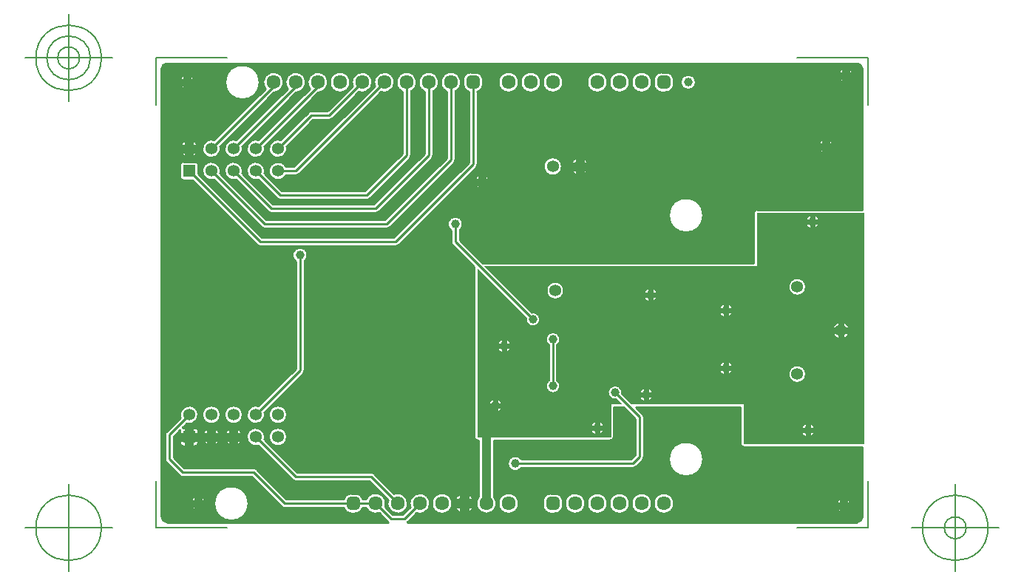
<source format=gbr>
G04 Generated by Ultiboard 14.0 *
%FSLAX34Y34*%
%MOMM*%

%ADD10C,0.0001*%
%ADD11C,0.0010*%
%ADD12C,0.2540*%
%ADD13C,1.0000*%
%ADD14C,0.1270*%
%ADD15C,1.6088*%
%ADD16R,0.5291X0.5291*%
%ADD17C,0.9949*%
%ADD18C,1.0000*%
%ADD19C,1.3556*%
%ADD20R,1.3556X1.3556*%


G04 ColorRGB 0000FF for the following layer *
%LNCopper Bottom*%
%LPD*%
G54D10*
G36*
X290523Y20295D02*
X290523Y20295D01*
X294101Y20295D01*
G75*
D01*
G03X308756Y14225I10699J5104*
G01*
X308756Y14225D01*
X318971Y4011D01*
G74*
D01*
G03X319162Y3828I3625J3592*
G01*
X319162Y3828D01*
X67103Y3828D01*
G74*
D01*
G03X66040Y3979I1063J3667*
G01*
G74*
D01*
G02X59859Y10160I0J6181*
G01*
G74*
D01*
G03X59708Y11223I3819J0*
G01*
X59708Y11223D01*
X59708Y522177D01*
G74*
D01*
G03X59859Y523240I3667J1063*
G01*
G74*
D01*
G02X66040Y529421I6181J0*
G01*
G74*
D01*
G03X67103Y529572I0J3819*
G01*
X67103Y529572D01*
X855980Y529572D01*
G74*
D01*
G03X856185Y529577I9J3828*
G01*
G74*
D01*
G02X862317Y523445I204J6336*
G01*
G74*
D01*
G03X862312Y523240I3823J196*
G01*
X862312Y523240D01*
X862312Y361973D01*
X741680Y361973D01*
G75*
D01*
G03X737847Y358140I0J-3833*
G01*
X737847Y358140D01*
X737847Y301013D01*
X427565Y301013D01*
X401345Y327234D01*
X401345Y338260D01*
G75*
D01*
G03X391135Y338260I-5105J7179*
G01*
X391135Y338260D01*
X391135Y325129D01*
G75*
D01*
G03X392631Y321511I5105J-7*
G01*
X392631Y321511D01*
X417807Y296334D01*
X417807Y101600D01*
G75*
D01*
G03X421640Y97767I3833J0*
G01*
X421640Y97767D01*
X422947Y97767D01*
X422947Y33284D01*
G75*
D01*
G03X440653Y33284I8853J-7883*
G01*
X440653Y33284D01*
X440653Y97767D01*
X574040Y97767D01*
G75*
D01*
G03X577873Y101600I0J3833*
G01*
X577873Y101600D01*
X577873Y135867D01*
X588434Y135867D01*
X601955Y122346D01*
X601955Y80854D01*
X597326Y76225D01*
X472000Y76225D01*
G75*
D01*
G03X472000Y66015I-7179J-5105*
G01*
X472000Y66015D01*
X599433Y66015D01*
G75*
D01*
G03X600947Y66243I5J5105*
G01*
G74*
D01*
G03X603055Y67517I1508J4876*
G01*
X603055Y67517D01*
X610663Y75125D01*
G75*
D01*
G03X612165Y78740I-3601J3616*
G01*
X612165Y78740D01*
X612165Y124460D01*
G74*
D01*
G03X610663Y128075I5105J2*
G01*
X610663Y128075D01*
X602872Y135867D01*
X722607Y135867D01*
X722607Y93980D01*
G75*
D01*
G03X726440Y90147I3833J0*
G01*
X726440Y90147D01*
X862312Y90147D01*
X862312Y10160D01*
G75*
D01*
G03X862317Y9955I3828J-9*
G01*
G74*
D01*
G02X856185Y3823I6336J204*
G01*
G74*
D01*
G03X855980Y3828I196J3823*
G01*
X855980Y3828D01*
X341238Y3828D01*
G74*
D01*
G03X341435Y4017I3434J3777*
G01*
X341435Y4017D01*
X351644Y14225D01*
G75*
D01*
G03X344425Y21444I3956J11175*
G01*
X344425Y21444D01*
X335706Y12725D01*
X324694Y12725D01*
X315975Y21444D01*
G75*
D01*
G03X294101Y30505I-11171J3966*
G01*
X294101Y30505D01*
X290523Y30505D01*
G74*
D01*
G03X282045Y36873I8478J2459*
G01*
X282045Y36873D01*
X276755Y36873D01*
G75*
D01*
G03X268277Y30505I0J-8828*
G01*
X268277Y30505D01*
X202774Y30505D01*
X168715Y64563D01*
G74*
D01*
G03X165947Y65994I3616J3601*
G01*
G75*
D01*
G03X165095Y66065I-848J-5033*
G01*
X165095Y66065D01*
X85934Y66065D01*
X73685Y78314D01*
X73685Y102026D01*
X80942Y109283D01*
G74*
D01*
G03X80834Y108378I3720J903*
G01*
X80834Y108378D01*
X80834Y105361D01*
X87679Y105361D01*
X87679Y112206D01*
X84662Y112206D01*
G75*
D01*
G03X83757Y112098I-2J-3828*
G01*
X83757Y112098D01*
X88490Y116831D01*
G75*
D01*
G03X81271Y124050I2950J10169*
G01*
X81271Y124050D01*
X64971Y107749D01*
G75*
D01*
G03X63475Y104130I3607J-3610*
G01*
X63475Y104130D01*
X63475Y76211D01*
G75*
D01*
G03X64971Y72591I5105J-9*
G01*
X64971Y72591D01*
X80211Y57351D01*
G74*
D01*
G03X82169Y56130I3609J3607*
G01*
G75*
D01*
G03X83820Y55855I1653J4829*
G01*
X83820Y55855D01*
X162986Y55855D01*
X197051Y21791D01*
G74*
D01*
G03X199037Y20560I3610J3607*
G01*
G75*
D01*
G03X200660Y20295I1623J4839*
G01*
X200660Y20295D01*
X268277Y20295D01*
G75*
D01*
G03X276755Y13928I8477J2460*
G01*
X276755Y13928D01*
X282045Y13928D01*
G74*
D01*
G03X290523Y20295I1J8827*
G01*
D02*
G37*
%LPC*%
G36*
X170590Y441969D02*
G75*
D01*
G03X177809Y434750I-2950J-10169*
G01*
X177809Y434750D01*
X239213Y496154D01*
G75*
D01*
G03X229377Y500756I-452J11845*
G01*
X229377Y500756D01*
X170590Y441969D01*
D02*
G37*
G36*
X145190Y441969D02*
G75*
D01*
G03X152409Y434750I-2950J-10169*
G01*
X152409Y434750D01*
X213813Y496154D01*
G75*
D01*
G03X203977Y500756I-452J11845*
G01*
X203977Y500756D01*
X145190Y441969D01*
D02*
G37*
G36*
X119790Y441969D02*
G75*
D01*
G03X127009Y434750I-2950J-10169*
G01*
X127009Y434750D01*
X188413Y496154D01*
G75*
D01*
G03X178577Y500756I-452J11845*
G01*
X178577Y500756D01*
X119790Y441969D01*
D02*
G37*
G36*
X278385Y504044D02*
X278385Y504044D01*
X250513Y476172D01*
X249346Y475005D01*
X231143Y475005D01*
G75*
D01*
G03X227531Y473509I-1J-5105*
G01*
X227531Y473509D01*
X195990Y441969D01*
G75*
D01*
G03X203209Y434750I-2950J-10169*
G01*
X203209Y434750D01*
X233254Y464795D01*
X251460Y464795D01*
G74*
D01*
G03X255075Y466297I2J5105*
G01*
X255075Y466297D01*
X285604Y496825D01*
G75*
D01*
G03X278385Y504044I3956J11175*
G01*
D02*
G37*
G36*
X216975Y402797D02*
X216975Y402797D01*
X290351Y476172D01*
X292052Y477873D01*
X292052Y477873D01*
X311004Y496825D01*
G75*
D01*
G03X303785Y504044I3956J11175*
G01*
X303785Y504044D01*
X292052Y492311D01*
X275913Y476172D01*
X211246Y411505D01*
X202316Y411505D01*
G75*
D01*
G03X202316Y401295I-9275J-5105*
G01*
X202316Y401295D01*
X213360Y401295D01*
G74*
D01*
G03X216975Y402797I2J5105*
G01*
D02*
G37*
G36*
X532052Y519777D02*
G75*
D01*
G03X532052Y519777I1348J-11777*
G01*
D02*
G37*
G36*
X335255Y497301D02*
X335255Y497301D01*
X335255Y426294D01*
X292526Y383565D01*
X197694Y383565D01*
X177809Y403450D01*
G75*
D01*
G03X170590Y396231I-10169J2950*
G01*
X170590Y396231D01*
X191971Y374851D01*
G74*
D01*
G03X194594Y373452I3609J3608*
G01*
G75*
D01*
G03X195580Y373355I990J5007*
G01*
X195580Y373355D01*
X294632Y373355D01*
G75*
D01*
G03X296370Y373658I5J5105*
G01*
G74*
D01*
G03X298255Y374857I1730J4802*
G01*
X298255Y374857D01*
X343963Y420565D01*
G75*
D01*
G03X345465Y424180I-3601J3616*
G01*
X345465Y424180D01*
X345465Y497301D01*
G75*
D01*
G03X335255Y497301I-5105J10698*
G01*
D02*
G37*
G36*
X360655Y497301D02*
X360655Y497301D01*
X360655Y426294D01*
X302686Y368325D01*
X187534Y368325D01*
X152409Y403450D01*
G75*
D01*
G03X145190Y396231I-10169J2950*
G01*
X145190Y396231D01*
X181811Y359611D01*
G75*
D01*
G03X185428Y358115I3610J3607*
G01*
X185428Y358115D01*
X304800Y358115D01*
G74*
D01*
G03X308415Y359617I2J5105*
G01*
X308415Y359617D01*
X369363Y420565D01*
G75*
D01*
G03X370865Y424180I-3601J3616*
G01*
X370865Y424180D01*
X370865Y497301D01*
G75*
D01*
G03X360655Y497301I-5105J10698*
G01*
D02*
G37*
G36*
X386055Y497301D02*
X386055Y497301D01*
X386055Y421214D01*
X315386Y350545D01*
X179914Y350545D01*
X127009Y403450D01*
G75*
D01*
G03X119790Y396231I-10169J2950*
G01*
X119790Y396231D01*
X174191Y341831D01*
G75*
D01*
G03X177802Y340335I3610J3607*
G01*
X177802Y340335D01*
X317500Y340335D01*
G74*
D01*
G03X321115Y341837I2J5105*
G01*
X321115Y341837D01*
X394763Y415485D01*
G75*
D01*
G03X396265Y419100I-3601J3616*
G01*
X396265Y419100D01*
X396265Y497301D01*
G75*
D01*
G03X386055Y497301I-5105J10698*
G01*
D02*
G37*
G36*
X102046Y413178D02*
G74*
D01*
G03X98218Y417006I3828J0*
G01*
X98218Y417006D01*
X84662Y417006D01*
G75*
D01*
G03X80834Y413178I0J-3828*
G01*
X80834Y413178D01*
X80834Y399622D01*
G75*
D01*
G03X84662Y395794I3828J0*
G01*
X84662Y395794D01*
X94827Y395794D01*
X169111Y321511D01*
G75*
D01*
G03X172722Y320015I3610J3607*
G01*
X172722Y320015D01*
X327660Y320015D01*
G74*
D01*
G03X331275Y321517I2J5105*
G01*
X331275Y321517D01*
X420163Y410405D01*
G75*
D01*
G03X421665Y414020I-3601J3616*
G01*
X421665Y414020D01*
X421665Y496877D01*
G75*
D01*
G03X428033Y505355I-2459J8478*
G01*
X428033Y505355D01*
X428033Y510645D01*
G74*
D01*
G03X419205Y519473I8828J0*
G01*
X419205Y519473D01*
X413915Y519473D01*
G75*
D01*
G03X405088Y510645I1J-8828*
G01*
X405088Y510645D01*
X405088Y505355D01*
G75*
D01*
G03X411455Y496877I8827J-1*
G01*
X411455Y496877D01*
X411455Y416134D01*
X325546Y330225D01*
X174834Y330225D01*
X102046Y403013D01*
X102046Y413178D01*
D02*
G37*
G36*
X532052Y13623D02*
G75*
D01*
G03X532052Y13623I1348J11777*
G01*
D02*
G37*
G36*
X528740Y407725D02*
G74*
D01*
G03X534885Y401580I9900J3755*
G01*
X534885Y401580D01*
X534885Y407725D01*
X528740Y407725D01*
D02*
G37*
G36*
X528740Y415235D02*
X528740Y415235D01*
X534885Y415235D01*
X534885Y421380D01*
G74*
D01*
G03X528740Y415235I3755J9900*
G01*
D02*
G37*
G36*
X213335Y302700D02*
X213335Y302700D01*
X213335Y179914D01*
X170590Y137169D01*
G75*
D01*
G03X177809Y129950I-2950J-10169*
G01*
X177809Y129950D01*
X222043Y174185D01*
G75*
D01*
G03X223545Y177800I-3601J3616*
G01*
X223545Y177800D01*
X223545Y302700D01*
G75*
D01*
G03X213335Y302700I-5105J7179*
G01*
D02*
G37*
G36*
X299720Y60985D02*
X299720Y60985D01*
X215474Y60985D01*
X177809Y98650D01*
G75*
D01*
G03X170590Y91431I-10169J2950*
G01*
X170590Y91431D01*
X209751Y52271D01*
G75*
D01*
G03X213368Y50775I3610J3607*
G01*
X213368Y50775D01*
X297606Y50775D01*
X319025Y29356D01*
G75*
D01*
G03X326244Y36575I11175J-3956*
G01*
X326244Y36575D01*
X303335Y59483D01*
G74*
D01*
G03X299720Y60985I3616J3601*
G01*
D02*
G37*
G36*
X835043Y518744D02*
X835043Y518744D01*
X840156Y518744D01*
X840156Y523857D01*
G74*
D01*
G03X835043Y518744I3124J8237*
G01*
D02*
G37*
G36*
X840156Y507383D02*
X840156Y507383D01*
X840156Y512496D01*
X835043Y512496D01*
G74*
D01*
G03X840156Y507383I8237J3124*
G01*
D02*
G37*
G36*
X846404Y523857D02*
X846404Y523857D01*
X846404Y518744D01*
X851517Y518744D01*
G74*
D01*
G03X846404Y523857I8237J3124*
G01*
D02*
G37*
G36*
X851517Y512496D02*
X851517Y512496D01*
X846404Y512496D01*
X846404Y507383D01*
G74*
D01*
G03X851517Y512496I3124J8237*
G01*
D02*
G37*
G36*
X840280Y515620D02*
G75*
D01*
G03X840280Y515620I3000J0*
G01*
D02*
G37*
G36*
X837740Y22860D02*
G75*
D01*
G03X837740Y22860I3000J0*
G01*
D02*
G37*
G36*
X837616Y14623D02*
X837616Y14623D01*
X837616Y19736D01*
X832503Y19736D01*
G74*
D01*
G03X837616Y14623I8237J3124*
G01*
D02*
G37*
G36*
X848977Y19736D02*
X848977Y19736D01*
X843864Y19736D01*
X843864Y14623D01*
G74*
D01*
G03X848977Y19736I3124J8237*
G01*
D02*
G37*
G36*
X832503Y25984D02*
X832503Y25984D01*
X837616Y25984D01*
X837616Y31097D01*
G74*
D01*
G03X832503Y25984I3124J8237*
G01*
D02*
G37*
G36*
X843864Y31097D02*
X843864Y31097D01*
X843864Y25984D01*
X848977Y25984D01*
G74*
D01*
G03X843864Y31097I8237J3124*
G01*
D02*
G37*
G36*
X828657Y431216D02*
X828657Y431216D01*
X823544Y431216D01*
X823544Y426103D01*
G74*
D01*
G03X828657Y431216I3124J8237*
G01*
D02*
G37*
G36*
X812183Y437464D02*
X812183Y437464D01*
X817296Y437464D01*
X817296Y442577D01*
G74*
D01*
G03X812183Y437464I3124J8237*
G01*
D02*
G37*
G36*
X817420Y434340D02*
G75*
D01*
G03X817420Y434340I3000J0*
G01*
D02*
G37*
G36*
X817296Y426103D02*
X817296Y426103D01*
X817296Y431216D01*
X812183Y431216D01*
G74*
D01*
G03X817296Y426103I8237J3124*
G01*
D02*
G37*
G36*
X823544Y442577D02*
X823544Y442577D01*
X823544Y437464D01*
X828657Y437464D01*
G74*
D01*
G03X823544Y442577I8237J3124*
G01*
D02*
G37*
G36*
X97137Y504876D02*
X97137Y504876D01*
X92024Y504876D01*
X92024Y499763D01*
G74*
D01*
G03X97137Y504876I3124J8237*
G01*
D02*
G37*
G36*
X85776Y499763D02*
X85776Y499763D01*
X85776Y504876D01*
X80663Y504876D01*
G74*
D01*
G03X85776Y499763I8237J3124*
G01*
D02*
G37*
G36*
X132590Y508000D02*
G75*
D01*
G03X132590Y508000I19810J0*
G01*
D02*
G37*
G36*
X252306Y508000D02*
G75*
D01*
G03X252306Y508000I11854J0*
G01*
D02*
G37*
G36*
X80663Y511124D02*
X80663Y511124D01*
X85776Y511124D01*
X85776Y516237D01*
G74*
D01*
G03X80663Y511124I3124J8237*
G01*
D02*
G37*
G36*
X92024Y516237D02*
X92024Y516237D01*
X92024Y511124D01*
X97137Y511124D01*
G74*
D01*
G03X92024Y516237I8237J3124*
G01*
D02*
G37*
G36*
X85900Y508000D02*
G75*
D01*
G03X85900Y508000I3000J0*
G01*
D02*
G37*
G36*
X546946Y508000D02*
G75*
D01*
G03X546946Y508000I11854J0*
G01*
D02*
G37*
G36*
X572346Y508000D02*
G75*
D01*
G03X572346Y508000I11854J0*
G01*
D02*
G37*
G36*
X597746Y508000D02*
G75*
D01*
G03X597746Y508000I11854J0*
G01*
D02*
G37*
G36*
X646473Y505355D02*
X646473Y505355D01*
X646473Y510645D01*
G74*
D01*
G03X637645Y519473I8828J0*
G01*
X637645Y519473D01*
X632355Y519473D01*
G75*
D01*
G03X623528Y510645I1J-8828*
G01*
X623528Y510645D01*
X623528Y505355D01*
G75*
D01*
G03X632355Y496528I8827J0*
G01*
X632355Y496528D01*
X637645Y496528D01*
G75*
D01*
G03X646473Y505355I1J8827*
G01*
D02*
G37*
G36*
X654130Y508000D02*
G75*
D01*
G03X654130Y508000I8810J0*
G01*
D02*
G37*
G36*
X445346Y508000D02*
G75*
D01*
G03X445346Y508000I11854J0*
G01*
D02*
G37*
G36*
X470746Y508000D02*
G75*
D01*
G03X470746Y508000I11854J0*
G01*
D02*
G37*
G36*
X496146Y508000D02*
G75*
D01*
G03X496146Y508000I11854J0*
G01*
D02*
G37*
G36*
X546946Y25400D02*
G75*
D01*
G03X546946Y25400I11854J0*
G01*
D02*
G37*
G36*
X572346Y25400D02*
G75*
D01*
G03X572346Y25400I11854J0*
G01*
D02*
G37*
G36*
X597746Y25400D02*
G75*
D01*
G03X597746Y25400I11854J0*
G01*
D02*
G37*
G36*
X623146Y25400D02*
G75*
D01*
G03X623146Y25400I11854J0*
G01*
D02*
G37*
G36*
X640590Y76200D02*
G75*
D01*
G03X640590Y76200I19810J0*
G01*
D02*
G37*
G36*
X548540Y407725D02*
X548540Y407725D01*
X542395Y407725D01*
X542395Y401580D01*
G74*
D01*
G03X548540Y407725I3755J9900*
G01*
D02*
G37*
G36*
X640590Y355600D02*
G75*
D01*
G03X640590Y355600I19810J0*
G01*
D02*
G37*
G36*
X533640Y411480D02*
G75*
D01*
G03X533640Y411480I5000J0*
G01*
D02*
G37*
G36*
X542395Y421380D02*
X542395Y421380D01*
X542395Y415235D01*
X548540Y415235D01*
G74*
D01*
G03X542395Y421380I9900J3755*
G01*
D02*
G37*
G36*
X182452Y127000D02*
G75*
D01*
G03X182452Y127000I10588J0*
G01*
D02*
G37*
G36*
X98476Y17163D02*
X98476Y17163D01*
X98476Y22276D01*
X93363Y22276D01*
G74*
D01*
G03X98476Y17163I8237J3124*
G01*
D02*
G37*
G36*
X109837Y22276D02*
X109837Y22276D01*
X104724Y22276D01*
X104724Y17163D01*
G74*
D01*
G03X109837Y22276I3124J8237*
G01*
D02*
G37*
G36*
X119890Y25400D02*
G75*
D01*
G03X119890Y25400I19810J0*
G01*
D02*
G37*
G36*
X102046Y108378D02*
G74*
D01*
G03X98218Y112206I3828J0*
G01*
X98218Y112206D01*
X95201Y112206D01*
X95201Y105361D01*
X102046Y105361D01*
X102046Y108378D01*
D02*
G37*
G36*
X86440Y101600D02*
G75*
D01*
G03X86440Y101600I5000J0*
G01*
D02*
G37*
G36*
X98600Y25400D02*
G75*
D01*
G03X98600Y25400I3000J0*
G01*
D02*
G37*
G36*
X93363Y28524D02*
X93363Y28524D01*
X98476Y28524D01*
X98476Y33637D01*
G74*
D01*
G03X93363Y28524I3124J8237*
G01*
D02*
G37*
G36*
X104724Y33637D02*
X104724Y33637D01*
X104724Y28524D01*
X109837Y28524D01*
G74*
D01*
G03X104724Y33637I8237J3124*
G01*
D02*
G37*
G36*
X98218Y90994D02*
G75*
D01*
G03X102046Y94822I0J3828*
G01*
X102046Y94822D01*
X102046Y97839D01*
X95201Y97839D01*
X95201Y90994D01*
X98218Y90994D01*
D02*
G37*
G36*
X80834Y94822D02*
G75*
D01*
G03X84662Y90994I3828J0*
G01*
X84662Y90994D01*
X87679Y90994D01*
X87679Y97839D01*
X80834Y97839D01*
X80834Y94822D01*
D02*
G37*
G36*
X111840Y101600D02*
G75*
D01*
G03X111840Y101600I5000J0*
G01*
D02*
G37*
G36*
X113085Y91700D02*
X113085Y91700D01*
X113085Y97845D01*
X106940Y97845D01*
G74*
D01*
G03X113085Y91700I9900J3755*
G01*
D02*
G37*
G36*
X137240Y101600D02*
G75*
D01*
G03X137240Y101600I5000J0*
G01*
D02*
G37*
G36*
X126740Y97845D02*
X126740Y97845D01*
X120595Y97845D01*
X120595Y91700D01*
G74*
D01*
G03X126740Y97845I3755J9900*
G01*
D02*
G37*
G36*
X138485Y91700D02*
X138485Y91700D01*
X138485Y97845D01*
X132340Y97845D01*
G74*
D01*
G03X138485Y91700I9900J3755*
G01*
D02*
G37*
G36*
X152140Y97845D02*
X152140Y97845D01*
X145995Y97845D01*
X145995Y91700D01*
G74*
D01*
G03X152140Y97845I3755J9900*
G01*
D02*
G37*
G36*
X182452Y101600D02*
G75*
D01*
G03X182452Y101600I10588J0*
G01*
D02*
G37*
G36*
X106252Y127000D02*
G75*
D01*
G03X106252Y127000I10588J0*
G01*
D02*
G37*
G36*
X106940Y105355D02*
X106940Y105355D01*
X113085Y105355D01*
X113085Y111500D01*
G74*
D01*
G03X106940Y105355I3755J9900*
G01*
D02*
G37*
G36*
X131652Y127000D02*
G75*
D01*
G03X131652Y127000I10588J0*
G01*
D02*
G37*
G36*
X120595Y111500D02*
X120595Y111500D01*
X120595Y105355D01*
X126740Y105355D01*
G74*
D01*
G03X120595Y111500I9900J3755*
G01*
D02*
G37*
G36*
X132340Y105355D02*
X132340Y105355D01*
X138485Y105355D01*
X138485Y111500D01*
G74*
D01*
G03X132340Y105355I3755J9900*
G01*
D02*
G37*
G36*
X145995Y111500D02*
X145995Y111500D01*
X145995Y105355D01*
X152140Y105355D01*
G74*
D01*
G03X145995Y111500I9900J3755*
G01*
D02*
G37*
G36*
X81540Y435555D02*
X81540Y435555D01*
X87685Y435555D01*
X87685Y441700D01*
G74*
D01*
G03X81540Y435555I3755J9900*
G01*
D02*
G37*
G36*
X95195Y441700D02*
X95195Y441700D01*
X95195Y435555D01*
X101340Y435555D01*
G74*
D01*
G03X95195Y441700I9900J3755*
G01*
D02*
G37*
G36*
X101340Y428045D02*
X101340Y428045D01*
X95195Y428045D01*
X95195Y421900D01*
G74*
D01*
G03X101340Y428045I3755J9900*
G01*
D02*
G37*
G36*
X87685Y421900D02*
X87685Y421900D01*
X87685Y428045D01*
X81540Y428045D01*
G74*
D01*
G03X87685Y421900I9900J3755*
G01*
D02*
G37*
G36*
X86440Y431800D02*
G75*
D01*
G03X86440Y431800I5000J0*
G01*
D02*
G37*
G36*
X369146Y25400D02*
G75*
D01*
G03X369146Y25400I11854J0*
G01*
D02*
G37*
G36*
X402196Y14316D02*
X402196Y14316D01*
X402196Y21196D01*
X395316Y21196D01*
G74*
D01*
G03X402196Y14316I11084J4204*
G01*
D02*
G37*
G36*
X417484Y21196D02*
X417484Y21196D01*
X410604Y21196D01*
X410604Y14316D01*
G74*
D01*
G03X417484Y21196I4204J11084*
G01*
D02*
G37*
G36*
X445346Y25400D02*
G75*
D01*
G03X445346Y25400I11854J0*
G01*
D02*
G37*
G36*
X496528Y28045D02*
X496528Y28045D01*
X496528Y22755D01*
G75*
D01*
G03X505355Y13928I8827J0*
G01*
X505355Y13928D01*
X510645Y13928D01*
G75*
D01*
G03X519473Y22755I1J8827*
G01*
X519473Y22755D01*
X519473Y28045D01*
G74*
D01*
G03X510645Y36873I8828J0*
G01*
X510645Y36873D01*
X505355Y36873D01*
G75*
D01*
G03X496528Y28045I1J-8828*
G01*
D02*
G37*
G36*
X395316Y29604D02*
X395316Y29604D01*
X402196Y29604D01*
X402196Y36484D01*
G74*
D01*
G03X395316Y29604I4204J11084*
G01*
D02*
G37*
G36*
X410604Y36484D02*
X410604Y36484D01*
X410604Y29604D01*
X417484Y29604D01*
G74*
D01*
G03X410604Y36484I11084J4204*
G01*
D02*
G37*
G36*
X401955Y25400D02*
G75*
D01*
G03X401955Y25400I4445J0*
G01*
D02*
G37*
G36*
X418483Y396824D02*
X418483Y396824D01*
X423596Y396824D01*
X423596Y401937D01*
G74*
D01*
G03X418483Y396824I3124J8237*
G01*
D02*
G37*
G36*
X423596Y385463D02*
X423596Y385463D01*
X423596Y390576D01*
X418483Y390576D01*
G74*
D01*
G03X423596Y385463I8237J3124*
G01*
D02*
G37*
G36*
X429844Y401937D02*
X429844Y401937D01*
X429844Y396824D01*
X434957Y396824D01*
G74*
D01*
G03X429844Y401937I8237J3124*
G01*
D02*
G37*
G36*
X434957Y390576D02*
X434957Y390576D01*
X429844Y390576D01*
X429844Y385463D01*
G74*
D01*
G03X434957Y390576I3124J8237*
G01*
D02*
G37*
G36*
X423720Y393700D02*
G75*
D01*
G03X423720Y393700I3000J0*
G01*
D02*
G37*
G36*
X497252Y411480D02*
G75*
D01*
G03X497252Y411480I10588J0*
G01*
D02*
G37*
%LPD*%
G36*
X477834Y238105D02*
X477834Y238105D01*
X421640Y294299D01*
X421640Y101600D01*
X574040Y101600D01*
X574040Y139700D01*
X586399Y139700D01*
X581005Y145094D01*
G75*
D01*
G02X586426Y150515I-1885J7306*
G01*
X586426Y150515D01*
X597241Y139700D01*
X726440Y139700D01*
X726440Y93980D01*
X863583Y93980D01*
X863583Y358140D01*
X741680Y358140D01*
X741680Y297180D01*
X429601Y297180D01*
X483255Y243526D01*
G75*
D01*
G02X477834Y238105I1885J-7306*
G01*
D02*
G37*
%LPC*%
G36*
X535880Y278563D02*
G75*
D01*
G02X535880Y278563I60J-9323*
G01*
D02*
G37*
G36*
X708796Y239325D02*
X708796Y239325D01*
X708796Y243704D01*
X713175Y243704D01*
G74*
D01*
G02X708796Y239325I7055J2676*
G01*
D02*
G37*
G36*
X699065Y243704D02*
X699065Y243704D01*
X703444Y243704D01*
X703444Y239325D01*
G74*
D01*
G02X699065Y243704I2676J7055*
G01*
D02*
G37*
G36*
X501217Y269240D02*
G75*
D01*
G02X501217Y269240I9323J0*
G01*
D02*
G37*
G36*
X802180Y347980D02*
G75*
D01*
G02X802180Y347980I3000J0*
G01*
D02*
G37*
G36*
X778477Y273520D02*
G75*
D01*
G02X778477Y273520I9323J0*
G01*
D02*
G37*
G36*
X798125Y350656D02*
G74*
D01*
G02X802504Y355035I7055J2676*
G01*
X802504Y355035D01*
X802504Y350656D01*
X798125Y350656D01*
D02*
G37*
G36*
X802504Y340925D02*
G74*
D01*
G02X798125Y345304I2676J7055*
G01*
X798125Y345304D01*
X802504Y345304D01*
X802504Y340925D01*
D02*
G37*
G36*
X807856Y355035D02*
G74*
D01*
G02X812235Y350656I2676J7055*
G01*
X812235Y350656D01*
X807856Y350656D01*
X807856Y355035D01*
D02*
G37*
G36*
X812235Y345304D02*
G74*
D01*
G02X807856Y340925I7055J2676*
G01*
X807856Y340925D01*
X807856Y345304D01*
X812235Y345304D01*
D02*
G37*
G36*
X841551Y226826D02*
G75*
D01*
G02X841551Y220214I-3750J-3306*
G01*
X841551Y220214D01*
X846517Y220214D01*
G74*
D01*
G02X841106Y214803I8716J3305*
G01*
X841106Y214803D01*
X841106Y219769D01*
G75*
D01*
G02X834494Y219769I-3306J3750*
G01*
X834494Y219769D01*
X834494Y214803D01*
G74*
D01*
G02X829083Y220214I3305J8716*
G01*
X829083Y220214D01*
X834049Y220214D01*
G75*
D01*
G02X834049Y226826I3750J3306*
G01*
X834049Y226826D01*
X829083Y226826D01*
G74*
D01*
G02X834494Y232237I8716J3305*
G01*
X834494Y232237D01*
X834494Y227271D01*
G75*
D01*
G02X841106Y227271I3306J-3750*
G01*
X841106Y227271D01*
X841106Y232237D01*
G74*
D01*
G02X846517Y226826I3305J8716*
G01*
X846517Y226826D01*
X841551Y226826D01*
D02*
G37*
G36*
X797100Y109220D02*
G75*
D01*
G02X797100Y109220I3000J0*
G01*
D02*
G37*
G36*
X793045Y111896D02*
G74*
D01*
G02X797424Y116275I7055J2676*
G01*
X797424Y116275D01*
X797424Y111896D01*
X793045Y111896D01*
D02*
G37*
G36*
X797424Y102165D02*
G74*
D01*
G02X793045Y106544I2676J7055*
G01*
X793045Y106544D01*
X797424Y106544D01*
X797424Y102165D01*
D02*
G37*
G36*
X802776Y116275D02*
G74*
D01*
G02X807155Y111896I2676J7055*
G01*
X807155Y111896D01*
X802776Y111896D01*
X802776Y116275D01*
D02*
G37*
G36*
X807155Y106544D02*
G74*
D01*
G02X802776Y102165I7055J2676*
G01*
X802776Y102165D01*
X802776Y106544D01*
X807155Y106544D01*
D02*
G37*
G36*
X778477Y173520D02*
G75*
D01*
G02X778477Y173520I9323J0*
G01*
D02*
G37*
G36*
X434905Y139836D02*
G74*
D01*
G02X439284Y144215I7055J2676*
G01*
X439284Y144215D01*
X439284Y139836D01*
X434905Y139836D01*
D02*
G37*
G36*
X438960Y137160D02*
G75*
D01*
G02X438960Y137160I3000J0*
G01*
D02*
G37*
G36*
X439284Y130105D02*
G74*
D01*
G02X434905Y134484I2676J7055*
G01*
X434905Y134484D01*
X439284Y134484D01*
X439284Y130105D01*
D02*
G37*
G36*
X444636Y144215D02*
G74*
D01*
G02X449015Y139836I2676J7055*
G01*
X449015Y139836D01*
X444636Y139836D01*
X444636Y144215D01*
D02*
G37*
G36*
X449015Y134484D02*
G74*
D01*
G02X444636Y130105I7055J2676*
G01*
X444636Y130105D01*
X444636Y134484D01*
X449015Y134484D01*
D02*
G37*
G36*
X511833Y206861D02*
X511833Y206861D01*
X511833Y166439D01*
G75*
D01*
G02X504167Y166439I-3833J-6499*
G01*
X504167Y166439D01*
X504167Y206861D01*
G75*
D01*
G02X511833Y206861I3833J6499*
G01*
D02*
G37*
G36*
X459175Y203064D02*
G74*
D01*
G02X454796Y198685I7055J2676*
G01*
X454796Y198685D01*
X454796Y203064D01*
X459175Y203064D01*
D02*
G37*
G36*
X449444Y198685D02*
G74*
D01*
G02X445065Y203064I2676J7055*
G01*
X445065Y203064D01*
X449444Y203064D01*
X449444Y198685D01*
D02*
G37*
G36*
X445065Y208416D02*
G74*
D01*
G02X449444Y212795I7055J2676*
G01*
X449444Y212795D01*
X449444Y208416D01*
X445065Y208416D01*
D02*
G37*
G36*
X454796Y212795D02*
G74*
D01*
G02X459175Y208416I2676J7055*
G01*
X459175Y208416D01*
X454796Y208416D01*
X454796Y212795D01*
D02*
G37*
G36*
X449120Y205740D02*
G75*
D01*
G02X449120Y205740I3000J0*
G01*
D02*
G37*
G36*
X617084Y257105D02*
G74*
D01*
G02X612705Y261484I2676J7055*
G01*
X612705Y261484D01*
X617084Y261484D01*
X617084Y257105D01*
D02*
G37*
G36*
X626815Y261484D02*
G74*
D01*
G02X622436Y257105I7055J2676*
G01*
X622436Y257105D01*
X622436Y261484D01*
X626815Y261484D01*
D02*
G37*
G36*
X699065Y249056D02*
G74*
D01*
G02X703444Y253435I7055J2676*
G01*
X703444Y253435D01*
X703444Y249056D01*
X699065Y249056D01*
D02*
G37*
G36*
X708796Y253435D02*
G74*
D01*
G02X713175Y249056I2676J7055*
G01*
X713175Y249056D01*
X708796Y249056D01*
X708796Y253435D01*
D02*
G37*
G36*
X703120Y246380D02*
G75*
D01*
G02X703120Y246380I3000J0*
G01*
D02*
G37*
G36*
X616760Y264160D02*
G75*
D01*
G02X616760Y264160I3000J0*
G01*
D02*
G37*
G36*
X612705Y266836D02*
G74*
D01*
G02X617084Y271215I7055J2676*
G01*
X617084Y271215D01*
X617084Y266836D01*
X612705Y266836D01*
D02*
G37*
G36*
X622436Y271215D02*
G74*
D01*
G02X626815Y266836I2676J7055*
G01*
X626815Y266836D01*
X622436Y266836D01*
X622436Y271215D01*
D02*
G37*
G36*
X555800Y111760D02*
G75*
D01*
G02X555800Y111760I3000J0*
G01*
D02*
G37*
G36*
X551745Y114436D02*
G74*
D01*
G02X556124Y118815I7055J2676*
G01*
X556124Y118815D01*
X556124Y114436D01*
X551745Y114436D01*
D02*
G37*
G36*
X556124Y104705D02*
G74*
D01*
G02X551745Y109084I2676J7055*
G01*
X551745Y109084D01*
X556124Y109084D01*
X556124Y104705D01*
D02*
G37*
G36*
X561476Y118815D02*
G74*
D01*
G02X565855Y114436I2676J7055*
G01*
X565855Y114436D01*
X561476Y114436D01*
X561476Y118815D01*
D02*
G37*
G36*
X565855Y109084D02*
G74*
D01*
G02X561476Y104705I7055J2676*
G01*
X561476Y104705D01*
X561476Y109084D01*
X565855Y109084D01*
D02*
G37*
G36*
X617356Y156915D02*
G74*
D01*
G02X621735Y152536I2676J7055*
G01*
X621735Y152536D01*
X617356Y152536D01*
X617356Y156915D01*
D02*
G37*
G36*
X621735Y147184D02*
G74*
D01*
G02X617356Y142805I7055J2676*
G01*
X617356Y142805D01*
X617356Y147184D01*
X621735Y147184D01*
D02*
G37*
G36*
X607625Y152536D02*
G74*
D01*
G02X612004Y156915I7055J2676*
G01*
X612004Y156915D01*
X612004Y152536D01*
X607625Y152536D01*
D02*
G37*
G36*
X612004Y142805D02*
G74*
D01*
G02X607625Y147184I2676J7055*
G01*
X607625Y147184D01*
X612004Y147184D01*
X612004Y142805D01*
D02*
G37*
G36*
X611680Y149860D02*
G75*
D01*
G02X611680Y149860I3000J0*
G01*
D02*
G37*
G36*
X703444Y173285D02*
G74*
D01*
G02X699065Y177664I2676J7055*
G01*
X699065Y177664D01*
X703444Y177664D01*
X703444Y173285D01*
D02*
G37*
G36*
X703120Y180340D02*
G75*
D01*
G02X703120Y180340I3000J0*
G01*
D02*
G37*
G36*
X713175Y177664D02*
G74*
D01*
G02X708796Y173285I7055J2676*
G01*
X708796Y173285D01*
X708796Y177664D01*
X713175Y177664D01*
D02*
G37*
G36*
X699065Y183016D02*
G74*
D01*
G02X703444Y187395I7055J2676*
G01*
X703444Y187395D01*
X703444Y183016D01*
X699065Y183016D01*
D02*
G37*
G36*
X708796Y187395D02*
G74*
D01*
G02X713175Y183016I2676J7055*
G01*
X713175Y183016D01*
X708796Y183016D01*
X708796Y187395D01*
D02*
G37*
%LPD*%
G54D11*
X535880Y278563D02*
G75*
D01*
G02X535880Y278563I60J-9323*
G01*
X708796Y239325D02*
X708796Y243704D01*
X713175Y243704D01*
G74*
D01*
G02X708796Y239325I7055J2676*
G01*
X699065Y243704D02*
X703444Y243704D01*
X703444Y239325D01*
G74*
D01*
G02X699065Y243704I2676J7055*
G01*
X501217Y269240D02*
G75*
D01*
G02X501217Y269240I9323J0*
G01*
X802180Y347980D02*
G75*
D01*
G02X802180Y347980I3000J0*
G01*
X778477Y273520D02*
G75*
D01*
G02X778477Y273520I9323J0*
G01*
X798125Y350656D02*
G74*
D01*
G02X802504Y355035I7055J2676*
G01*
X802504Y350656D01*
X798125Y350656D01*
X802504Y340925D02*
G74*
D01*
G02X798125Y345304I2676J7055*
G01*
X802504Y345304D01*
X802504Y340925D01*
X807856Y355035D02*
G74*
D01*
G02X812235Y350656I2676J7055*
G01*
X807856Y350656D01*
X807856Y355035D01*
X812235Y345304D02*
G74*
D01*
G02X807856Y340925I7055J2676*
G01*
X807856Y345304D01*
X812235Y345304D01*
X841551Y226826D02*
G75*
D01*
G02X841551Y220214I-3750J-3306*
G01*
X846517Y220214D01*
G74*
D01*
G02X841106Y214803I8716J3305*
G01*
X841106Y219769D01*
G75*
D01*
G02X834494Y219769I-3306J3750*
G01*
X834494Y214803D01*
G74*
D01*
G02X829083Y220214I3305J8716*
G01*
X834049Y220214D01*
G75*
D01*
G02X834049Y226826I3750J3306*
G01*
X829083Y226826D01*
G74*
D01*
G02X834494Y232237I8716J3305*
G01*
X834494Y227271D01*
G75*
D01*
G02X841106Y227271I3306J-3750*
G01*
X841106Y232237D01*
G74*
D01*
G02X846517Y226826I3305J8716*
G01*
X841551Y226826D01*
X797100Y109220D02*
G75*
D01*
G02X797100Y109220I3000J0*
G01*
X793045Y111896D02*
G74*
D01*
G02X797424Y116275I7055J2676*
G01*
X797424Y111896D01*
X793045Y111896D01*
X797424Y102165D02*
G74*
D01*
G02X793045Y106544I2676J7055*
G01*
X797424Y106544D01*
X797424Y102165D01*
X802776Y116275D02*
G74*
D01*
G02X807155Y111896I2676J7055*
G01*
X802776Y111896D01*
X802776Y116275D01*
X807155Y106544D02*
G74*
D01*
G02X802776Y102165I7055J2676*
G01*
X802776Y106544D01*
X807155Y106544D01*
X778477Y173520D02*
G75*
D01*
G02X778477Y173520I9323J0*
G01*
X434905Y139836D02*
G74*
D01*
G02X439284Y144215I7055J2676*
G01*
X439284Y139836D01*
X434905Y139836D01*
X438960Y137160D02*
G75*
D01*
G02X438960Y137160I3000J0*
G01*
X439284Y130105D02*
G74*
D01*
G02X434905Y134484I2676J7055*
G01*
X439284Y134484D01*
X439284Y130105D01*
X444636Y144215D02*
G74*
D01*
G02X449015Y139836I2676J7055*
G01*
X444636Y139836D01*
X444636Y144215D01*
X449015Y134484D02*
G74*
D01*
G02X444636Y130105I7055J2676*
G01*
X444636Y134484D01*
X449015Y134484D01*
X511833Y206861D02*
X511833Y166439D01*
G75*
D01*
G02X504167Y166439I-3833J-6499*
G01*
X504167Y206861D01*
G75*
D01*
G02X511833Y206861I3833J6499*
G01*
X459175Y203064D02*
G74*
D01*
G02X454796Y198685I7055J2676*
G01*
X454796Y203064D01*
X459175Y203064D01*
X449444Y198685D02*
G74*
D01*
G02X445065Y203064I2676J7055*
G01*
X449444Y203064D01*
X449444Y198685D01*
X445065Y208416D02*
G74*
D01*
G02X449444Y212795I7055J2676*
G01*
X449444Y208416D01*
X445065Y208416D01*
X454796Y212795D02*
G74*
D01*
G02X459175Y208416I2676J7055*
G01*
X454796Y208416D01*
X454796Y212795D01*
X449120Y205740D02*
G75*
D01*
G02X449120Y205740I3000J0*
G01*
X617084Y257105D02*
G74*
D01*
G02X612705Y261484I2676J7055*
G01*
X617084Y261484D01*
X617084Y257105D01*
X626815Y261484D02*
G74*
D01*
G02X622436Y257105I7055J2676*
G01*
X622436Y261484D01*
X626815Y261484D01*
X699065Y249056D02*
G74*
D01*
G02X703444Y253435I7055J2676*
G01*
X703444Y249056D01*
X699065Y249056D01*
X708796Y253435D02*
G74*
D01*
G02X713175Y249056I2676J7055*
G01*
X708796Y249056D01*
X708796Y253435D01*
X703120Y246380D02*
G75*
D01*
G02X703120Y246380I3000J0*
G01*
X616760Y264160D02*
G75*
D01*
G02X616760Y264160I3000J0*
G01*
X612705Y266836D02*
G74*
D01*
G02X617084Y271215I7055J2676*
G01*
X617084Y266836D01*
X612705Y266836D01*
X622436Y271215D02*
G74*
D01*
G02X626815Y266836I2676J7055*
G01*
X622436Y266836D01*
X622436Y271215D01*
X555800Y111760D02*
G75*
D01*
G02X555800Y111760I3000J0*
G01*
X551745Y114436D02*
G74*
D01*
G02X556124Y118815I7055J2676*
G01*
X556124Y114436D01*
X551745Y114436D01*
X556124Y104705D02*
G74*
D01*
G02X551745Y109084I2676J7055*
G01*
X556124Y109084D01*
X556124Y104705D01*
X561476Y118815D02*
G74*
D01*
G02X565855Y114436I2676J7055*
G01*
X561476Y114436D01*
X561476Y118815D01*
X565855Y109084D02*
G74*
D01*
G02X561476Y104705I7055J2676*
G01*
X561476Y109084D01*
X565855Y109084D01*
X617356Y156915D02*
G74*
D01*
G02X621735Y152536I2676J7055*
G01*
X617356Y152536D01*
X617356Y156915D01*
X621735Y147184D02*
G74*
D01*
G02X617356Y142805I7055J2676*
G01*
X617356Y147184D01*
X621735Y147184D01*
X607625Y152536D02*
G74*
D01*
G02X612004Y156915I7055J2676*
G01*
X612004Y152536D01*
X607625Y152536D01*
X612004Y142805D02*
G74*
D01*
G02X607625Y147184I2676J7055*
G01*
X612004Y147184D01*
X612004Y142805D01*
X611680Y149860D02*
G75*
D01*
G02X611680Y149860I3000J0*
G01*
X703444Y173285D02*
G74*
D01*
G02X699065Y177664I2676J7055*
G01*
X703444Y177664D01*
X703444Y173285D01*
X703120Y180340D02*
G75*
D01*
G02X703120Y180340I3000J0*
G01*
X713175Y177664D02*
G74*
D01*
G02X708796Y173285I7055J2676*
G01*
X708796Y177664D01*
X713175Y177664D01*
X699065Y183016D02*
G74*
D01*
G02X703444Y187395I7055J2676*
G01*
X703444Y183016D01*
X699065Y183016D01*
X708796Y187395D02*
G74*
D01*
G02X713175Y183016I2676J7055*
G01*
X708796Y183016D01*
X708796Y187395D01*
X477834Y238105D02*
X421640Y294299D01*
X421640Y101600D01*
X574040Y101600D01*
X574040Y139700D01*
X586399Y139700D01*
X581005Y145094D01*
G75*
D01*
G02X586426Y150515I-1885J7306*
G01*
X597241Y139700D01*
X726440Y139700D01*
X726440Y93980D01*
X863583Y93980D01*
X863583Y358140D01*
X741680Y358140D01*
X741680Y297180D01*
X429601Y297180D01*
X483255Y243526D01*
G75*
D01*
G02X477834Y238105I1885J-7306*
G01*
G54D12*
X170590Y441969D02*
G75*
D01*
G03X177809Y434750I-2950J-10169*
G01*
X239213Y496154D01*
G75*
D01*
G03X229377Y500756I-452J11845*
G01*
X170590Y441969D01*
X145190Y441969D02*
G75*
D01*
G03X152409Y434750I-2950J-10169*
G01*
X213813Y496154D01*
G75*
D01*
G03X203977Y500756I-452J11845*
G01*
X145190Y441969D01*
X119790Y441969D02*
G75*
D01*
G03X127009Y434750I-2950J-10169*
G01*
X188413Y496154D01*
G75*
D01*
G03X178577Y500756I-452J11845*
G01*
X119790Y441969D01*
X278385Y504044D02*
X250513Y476172D01*
X249346Y475005D01*
X231143Y475005D01*
G75*
D01*
G03X227531Y473509I-1J-5105*
G01*
X195990Y441969D01*
G75*
D01*
G03X203209Y434750I-2950J-10169*
G01*
X233254Y464795D01*
X251460Y464795D01*
G74*
D01*
G03X255075Y466297I2J5105*
G01*
X285604Y496825D01*
G75*
D01*
G03X278385Y504044I3956J11175*
G01*
X216975Y402797D02*
X290351Y476172D01*
X292052Y477873D01*
X292052Y477873D01*
X311004Y496825D01*
G75*
D01*
G03X303785Y504044I3956J11175*
G01*
X292052Y492311D01*
X275913Y476172D01*
X211246Y411505D01*
X202316Y411505D01*
G75*
D01*
G03X202316Y401295I-9275J-5105*
G01*
X213360Y401295D01*
G74*
D01*
G03X216975Y402797I2J5105*
G01*
X532052Y519777D02*
G75*
D01*
G03X532052Y519777I1348J-11777*
G01*
X335255Y497301D02*
X335255Y426294D01*
X292526Y383565D01*
X197694Y383565D01*
X177809Y403450D01*
G75*
D01*
G03X170590Y396231I-10169J2950*
G01*
X191971Y374851D01*
G74*
D01*
G03X194594Y373452I3609J3608*
G01*
G75*
D01*
G03X195580Y373355I990J5007*
G01*
X294632Y373355D01*
G75*
D01*
G03X296370Y373658I5J5105*
G01*
G74*
D01*
G03X298255Y374857I1730J4802*
G01*
X343963Y420565D01*
G75*
D01*
G03X345465Y424180I-3601J3616*
G01*
X345465Y497301D01*
G75*
D01*
G03X335255Y497301I-5105J10698*
G01*
X360655Y497301D02*
X360655Y426294D01*
X302686Y368325D01*
X187534Y368325D01*
X152409Y403450D01*
G75*
D01*
G03X145190Y396231I-10169J2950*
G01*
X181811Y359611D01*
G75*
D01*
G03X185428Y358115I3610J3607*
G01*
X304800Y358115D01*
G74*
D01*
G03X308415Y359617I2J5105*
G01*
X369363Y420565D01*
G75*
D01*
G03X370865Y424180I-3601J3616*
G01*
X370865Y497301D01*
G75*
D01*
G03X360655Y497301I-5105J10698*
G01*
X386055Y497301D02*
X386055Y421214D01*
X315386Y350545D01*
X179914Y350545D01*
X127009Y403450D01*
G75*
D01*
G03X119790Y396231I-10169J2950*
G01*
X174191Y341831D01*
G75*
D01*
G03X177802Y340335I3610J3607*
G01*
X317500Y340335D01*
G74*
D01*
G03X321115Y341837I2J5105*
G01*
X394763Y415485D01*
G75*
D01*
G03X396265Y419100I-3601J3616*
G01*
X396265Y497301D01*
G75*
D01*
G03X386055Y497301I-5105J10698*
G01*
X102046Y413178D02*
G74*
D01*
G03X98218Y417006I3828J0*
G01*
X84662Y417006D01*
G75*
D01*
G03X80834Y413178I0J-3828*
G01*
X80834Y399622D01*
G75*
D01*
G03X84662Y395794I3828J0*
G01*
X94827Y395794D01*
X169111Y321511D01*
G75*
D01*
G03X172722Y320015I3610J3607*
G01*
X327660Y320015D01*
G74*
D01*
G03X331275Y321517I2J5105*
G01*
X420163Y410405D01*
G75*
D01*
G03X421665Y414020I-3601J3616*
G01*
X421665Y496877D01*
G75*
D01*
G03X428033Y505355I-2459J8478*
G01*
X428033Y510645D01*
G74*
D01*
G03X419205Y519473I8828J0*
G01*
X413915Y519473D01*
G75*
D01*
G03X405088Y510645I1J-8828*
G01*
X405088Y505355D01*
G75*
D01*
G03X411455Y496877I8827J-1*
G01*
X411455Y416134D01*
X325546Y330225D01*
X174834Y330225D01*
X102046Y403013D01*
X102046Y413178D01*
X532052Y13623D02*
G75*
D01*
G03X532052Y13623I1348J11777*
G01*
X528740Y407725D02*
G74*
D01*
G03X534885Y401580I9900J3755*
G01*
X534885Y407725D01*
X528740Y407725D01*
X528740Y415235D02*
X534885Y415235D01*
X534885Y421380D01*
G74*
D01*
G03X528740Y415235I3755J9900*
G01*
X213335Y302700D02*
X213335Y179914D01*
X170590Y137169D01*
G75*
D01*
G03X177809Y129950I-2950J-10169*
G01*
X222043Y174185D01*
G75*
D01*
G03X223545Y177800I-3601J3616*
G01*
X223545Y302700D01*
G75*
D01*
G03X213335Y302700I-5105J7179*
G01*
X299720Y60985D02*
X215474Y60985D01*
X177809Y98650D01*
G75*
D01*
G03X170590Y91431I-10169J2950*
G01*
X209751Y52271D01*
G75*
D01*
G03X213368Y50775I3610J3607*
G01*
X297606Y50775D01*
X319025Y29356D01*
G75*
D01*
G03X326244Y36575I11175J-3956*
G01*
X303335Y59483D01*
G74*
D01*
G03X299720Y60985I3616J3601*
G01*
X835043Y518744D02*
X840156Y518744D01*
X840156Y523857D01*
G74*
D01*
G03X835043Y518744I3124J8237*
G01*
X840156Y507383D02*
X840156Y512496D01*
X835043Y512496D01*
G74*
D01*
G03X840156Y507383I8237J3124*
G01*
X846404Y523857D02*
X846404Y518744D01*
X851517Y518744D01*
G74*
D01*
G03X846404Y523857I8237J3124*
G01*
X851517Y512496D02*
X846404Y512496D01*
X846404Y507383D01*
G74*
D01*
G03X851517Y512496I3124J8237*
G01*
X840280Y515620D02*
G75*
D01*
G03X840280Y515620I3000J0*
G01*
X837740Y22860D02*
G75*
D01*
G03X837740Y22860I3000J0*
G01*
X837616Y14623D02*
X837616Y19736D01*
X832503Y19736D01*
G74*
D01*
G03X837616Y14623I8237J3124*
G01*
X848977Y19736D02*
X843864Y19736D01*
X843864Y14623D01*
G74*
D01*
G03X848977Y19736I3124J8237*
G01*
X832503Y25984D02*
X837616Y25984D01*
X837616Y31097D01*
G74*
D01*
G03X832503Y25984I3124J8237*
G01*
X843864Y31097D02*
X843864Y25984D01*
X848977Y25984D01*
G74*
D01*
G03X843864Y31097I8237J3124*
G01*
X828657Y431216D02*
X823544Y431216D01*
X823544Y426103D01*
G74*
D01*
G03X828657Y431216I3124J8237*
G01*
X812183Y437464D02*
X817296Y437464D01*
X817296Y442577D01*
G74*
D01*
G03X812183Y437464I3124J8237*
G01*
X817420Y434340D02*
G75*
D01*
G03X817420Y434340I3000J0*
G01*
X817296Y426103D02*
X817296Y431216D01*
X812183Y431216D01*
G74*
D01*
G03X817296Y426103I8237J3124*
G01*
X823544Y442577D02*
X823544Y437464D01*
X828657Y437464D01*
G74*
D01*
G03X823544Y442577I8237J3124*
G01*
X97137Y504876D02*
X92024Y504876D01*
X92024Y499763D01*
G74*
D01*
G03X97137Y504876I3124J8237*
G01*
X85776Y499763D02*
X85776Y504876D01*
X80663Y504876D01*
G74*
D01*
G03X85776Y499763I8237J3124*
G01*
X132590Y508000D02*
G75*
D01*
G03X132590Y508000I19810J0*
G01*
X252306Y508000D02*
G75*
D01*
G03X252306Y508000I11854J0*
G01*
X80663Y511124D02*
X85776Y511124D01*
X85776Y516237D01*
G74*
D01*
G03X80663Y511124I3124J8237*
G01*
X92024Y516237D02*
X92024Y511124D01*
X97137Y511124D01*
G74*
D01*
G03X92024Y516237I8237J3124*
G01*
X85900Y508000D02*
G75*
D01*
G03X85900Y508000I3000J0*
G01*
X546946Y508000D02*
G75*
D01*
G03X546946Y508000I11854J0*
G01*
X572346Y508000D02*
G75*
D01*
G03X572346Y508000I11854J0*
G01*
X597746Y508000D02*
G75*
D01*
G03X597746Y508000I11854J0*
G01*
X646473Y505355D02*
X646473Y510645D01*
G74*
D01*
G03X637645Y519473I8828J0*
G01*
X632355Y519473D01*
G75*
D01*
G03X623528Y510645I1J-8828*
G01*
X623528Y505355D01*
G75*
D01*
G03X632355Y496528I8827J0*
G01*
X637645Y496528D01*
G75*
D01*
G03X646473Y505355I1J8827*
G01*
X654130Y508000D02*
G75*
D01*
G03X654130Y508000I8810J0*
G01*
X445346Y508000D02*
G75*
D01*
G03X445346Y508000I11854J0*
G01*
X470746Y508000D02*
G75*
D01*
G03X470746Y508000I11854J0*
G01*
X496146Y508000D02*
G75*
D01*
G03X496146Y508000I11854J0*
G01*
X546946Y25400D02*
G75*
D01*
G03X546946Y25400I11854J0*
G01*
X572346Y25400D02*
G75*
D01*
G03X572346Y25400I11854J0*
G01*
X597746Y25400D02*
G75*
D01*
G03X597746Y25400I11854J0*
G01*
X623146Y25400D02*
G75*
D01*
G03X623146Y25400I11854J0*
G01*
X640590Y76200D02*
G75*
D01*
G03X640590Y76200I19810J0*
G01*
X548540Y407725D02*
X542395Y407725D01*
X542395Y401580D01*
G74*
D01*
G03X548540Y407725I3755J9900*
G01*
X640590Y355600D02*
G75*
D01*
G03X640590Y355600I19810J0*
G01*
X533640Y411480D02*
G75*
D01*
G03X533640Y411480I5000J0*
G01*
X542395Y421380D02*
X542395Y415235D01*
X548540Y415235D01*
G74*
D01*
G03X542395Y421380I9900J3755*
G01*
X182452Y127000D02*
G75*
D01*
G03X182452Y127000I10588J0*
G01*
X98476Y17163D02*
X98476Y22276D01*
X93363Y22276D01*
G74*
D01*
G03X98476Y17163I8237J3124*
G01*
X109837Y22276D02*
X104724Y22276D01*
X104724Y17163D01*
G74*
D01*
G03X109837Y22276I3124J8237*
G01*
X119890Y25400D02*
G75*
D01*
G03X119890Y25400I19810J0*
G01*
X102046Y108378D02*
G74*
D01*
G03X98218Y112206I3828J0*
G01*
X95201Y112206D01*
X95201Y105361D01*
X102046Y105361D01*
X102046Y108378D01*
X86440Y101600D02*
G75*
D01*
G03X86440Y101600I5000J0*
G01*
X98600Y25400D02*
G75*
D01*
G03X98600Y25400I3000J0*
G01*
X93363Y28524D02*
X98476Y28524D01*
X98476Y33637D01*
G74*
D01*
G03X93363Y28524I3124J8237*
G01*
X104724Y33637D02*
X104724Y28524D01*
X109837Y28524D01*
G74*
D01*
G03X104724Y33637I8237J3124*
G01*
X98218Y90994D02*
G75*
D01*
G03X102046Y94822I0J3828*
G01*
X102046Y97839D01*
X95201Y97839D01*
X95201Y90994D01*
X98218Y90994D01*
X80834Y94822D02*
G75*
D01*
G03X84662Y90994I3828J0*
G01*
X87679Y90994D01*
X87679Y97839D01*
X80834Y97839D01*
X80834Y94822D01*
X111840Y101600D02*
G75*
D01*
G03X111840Y101600I5000J0*
G01*
X113085Y91700D02*
X113085Y97845D01*
X106940Y97845D01*
G74*
D01*
G03X113085Y91700I9900J3755*
G01*
X137240Y101600D02*
G75*
D01*
G03X137240Y101600I5000J0*
G01*
X126740Y97845D02*
X120595Y97845D01*
X120595Y91700D01*
G74*
D01*
G03X126740Y97845I3755J9900*
G01*
X138485Y91700D02*
X138485Y97845D01*
X132340Y97845D01*
G74*
D01*
G03X138485Y91700I9900J3755*
G01*
X152140Y97845D02*
X145995Y97845D01*
X145995Y91700D01*
G74*
D01*
G03X152140Y97845I3755J9900*
G01*
X182452Y101600D02*
G75*
D01*
G03X182452Y101600I10588J0*
G01*
X106252Y127000D02*
G75*
D01*
G03X106252Y127000I10588J0*
G01*
X106940Y105355D02*
X113085Y105355D01*
X113085Y111500D01*
G74*
D01*
G03X106940Y105355I3755J9900*
G01*
X131652Y127000D02*
G75*
D01*
G03X131652Y127000I10588J0*
G01*
X120595Y111500D02*
X120595Y105355D01*
X126740Y105355D01*
G74*
D01*
G03X120595Y111500I9900J3755*
G01*
X132340Y105355D02*
X138485Y105355D01*
X138485Y111500D01*
G74*
D01*
G03X132340Y105355I3755J9900*
G01*
X145995Y111500D02*
X145995Y105355D01*
X152140Y105355D01*
G74*
D01*
G03X145995Y111500I9900J3755*
G01*
X81540Y435555D02*
X87685Y435555D01*
X87685Y441700D01*
G74*
D01*
G03X81540Y435555I3755J9900*
G01*
X95195Y441700D02*
X95195Y435555D01*
X101340Y435555D01*
G74*
D01*
G03X95195Y441700I9900J3755*
G01*
X101340Y428045D02*
X95195Y428045D01*
X95195Y421900D01*
G74*
D01*
G03X101340Y428045I3755J9900*
G01*
X87685Y421900D02*
X87685Y428045D01*
X81540Y428045D01*
G74*
D01*
G03X87685Y421900I9900J3755*
G01*
X86440Y431800D02*
G75*
D01*
G03X86440Y431800I5000J0*
G01*
X369146Y25400D02*
G75*
D01*
G03X369146Y25400I11854J0*
G01*
X402196Y14316D02*
X402196Y21196D01*
X395316Y21196D01*
G74*
D01*
G03X402196Y14316I11084J4204*
G01*
X417484Y21196D02*
X410604Y21196D01*
X410604Y14316D01*
G74*
D01*
G03X417484Y21196I4204J11084*
G01*
X445346Y25400D02*
G75*
D01*
G03X445346Y25400I11854J0*
G01*
X496528Y28045D02*
X496528Y22755D01*
G75*
D01*
G03X505355Y13928I8827J0*
G01*
X510645Y13928D01*
G75*
D01*
G03X519473Y22755I1J8827*
G01*
X519473Y28045D01*
G74*
D01*
G03X510645Y36873I8828J0*
G01*
X505355Y36873D01*
G75*
D01*
G03X496528Y28045I1J-8828*
G01*
X395316Y29604D02*
X402196Y29604D01*
X402196Y36484D01*
G74*
D01*
G03X395316Y29604I4204J11084*
G01*
X410604Y36484D02*
X410604Y29604D01*
X417484Y29604D01*
G74*
D01*
G03X410604Y36484I11084J4204*
G01*
X401955Y25400D02*
G75*
D01*
G03X401955Y25400I4445J0*
G01*
X418483Y396824D02*
X423596Y396824D01*
X423596Y401937D01*
G74*
D01*
G03X418483Y396824I3124J8237*
G01*
X423596Y385463D02*
X423596Y390576D01*
X418483Y390576D01*
G74*
D01*
G03X423596Y385463I8237J3124*
G01*
X429844Y401937D02*
X429844Y396824D01*
X434957Y396824D01*
G74*
D01*
G03X429844Y401937I8237J3124*
G01*
X434957Y390576D02*
X429844Y390576D01*
X429844Y385463D01*
G74*
D01*
G03X434957Y390576I3124J8237*
G01*
X423720Y393700D02*
G75*
D01*
G03X423720Y393700I3000J0*
G01*
X497252Y411480D02*
G75*
D01*
G03X497252Y411480I10588J0*
G01*
X290523Y20295D02*
X294101Y20295D01*
G75*
D01*
G03X308756Y14225I10699J5104*
G01*
X318971Y4011D01*
G74*
D01*
G03X319162Y3828I3625J3592*
G01*
X67103Y3828D01*
G74*
D01*
G03X66040Y3979I1063J3667*
G01*
G74*
D01*
G02X59859Y10160I0J6181*
G01*
G74*
D01*
G03X59708Y11223I3819J0*
G01*
X59708Y522177D01*
G74*
D01*
G03X59859Y523240I3667J1063*
G01*
G74*
D01*
G02X66040Y529421I6181J0*
G01*
G74*
D01*
G03X67103Y529572I0J3819*
G01*
X855980Y529572D01*
G74*
D01*
G03X856185Y529577I9J3828*
G01*
G74*
D01*
G02X862317Y523445I204J6336*
G01*
G74*
D01*
G03X862312Y523240I3823J196*
G01*
X862312Y361973D01*
X741680Y361973D01*
G75*
D01*
G03X737847Y358140I0J-3833*
G01*
X737847Y301013D01*
X427565Y301013D01*
X401345Y327234D01*
X401345Y338260D01*
G75*
D01*
G03X391135Y338260I-5105J7179*
G01*
X391135Y325129D01*
G75*
D01*
G03X392631Y321511I5105J-7*
G01*
X417807Y296334D01*
X417807Y101600D01*
G75*
D01*
G03X421640Y97767I3833J0*
G01*
X422947Y97767D01*
X422947Y33284D01*
G75*
D01*
G03X440653Y33284I8853J-7883*
G01*
X440653Y97767D01*
X574040Y97767D01*
G75*
D01*
G03X577873Y101600I0J3833*
G01*
X577873Y135867D01*
X588434Y135867D01*
X601955Y122346D01*
X601955Y80854D01*
X597326Y76225D01*
X472000Y76225D01*
G75*
D01*
G03X472000Y66015I-7179J-5105*
G01*
X599433Y66015D01*
G75*
D01*
G03X600947Y66243I5J5105*
G01*
G74*
D01*
G03X603055Y67517I1508J4876*
G01*
X610663Y75125D01*
G75*
D01*
G03X612165Y78740I-3601J3616*
G01*
X612165Y124460D01*
G74*
D01*
G03X610663Y128075I5105J2*
G01*
X602872Y135867D01*
X722607Y135867D01*
X722607Y93980D01*
G75*
D01*
G03X726440Y90147I3833J0*
G01*
X862312Y90147D01*
X862312Y10160D01*
G75*
D01*
G03X862317Y9955I3828J-9*
G01*
G74*
D01*
G02X856185Y3823I6336J204*
G01*
G74*
D01*
G03X855980Y3828I196J3823*
G01*
X341238Y3828D01*
G74*
D01*
G03X341435Y4017I3434J3777*
G01*
X351644Y14225D01*
G75*
D01*
G03X344425Y21444I3956J11175*
G01*
X335706Y12725D01*
X324694Y12725D01*
X315975Y21444D01*
G75*
D01*
G03X294101Y30505I-11171J3966*
G01*
X290523Y30505D01*
G74*
D01*
G03X282045Y36873I8478J2459*
G01*
X276755Y36873D01*
G75*
D01*
G03X268277Y30505I0J-8828*
G01*
X202774Y30505D01*
X168715Y64563D01*
G74*
D01*
G03X165947Y65994I3616J3601*
G01*
G75*
D01*
G03X165095Y66065I-848J-5033*
G01*
X85934Y66065D01*
X73685Y78314D01*
X73685Y102026D01*
X80942Y109283D01*
G74*
D01*
G03X80834Y108378I3720J903*
G01*
X80834Y105361D01*
X87679Y105361D01*
X87679Y112206D01*
X84662Y112206D01*
G75*
D01*
G03X83757Y112098I-2J-3828*
G01*
X88490Y116831D01*
G75*
D01*
G03X81271Y124050I2950J10169*
G01*
X64971Y107749D01*
G75*
D01*
G03X63475Y104130I3607J-3610*
G01*
X63475Y76211D01*
G75*
D01*
G03X64971Y72591I5105J-9*
G01*
X80211Y57351D01*
G74*
D01*
G03X82169Y56130I3609J3607*
G01*
G75*
D01*
G03X83820Y55855I1653J4829*
G01*
X162986Y55855D01*
X197051Y21791D01*
G74*
D01*
G03X199037Y20560I3610J3607*
G01*
G75*
D01*
G03X200660Y20295I1623J4839*
G01*
X268277Y20295D01*
G75*
D01*
G03X276755Y13928I8477J2460*
G01*
X282045Y13928D01*
G74*
D01*
G03X290523Y20295I1J8827*
G01*
X355600Y25400D02*
X337820Y7620D01*
X322580Y7620D01*
X304800Y25400D01*
X508000Y213360D02*
X508000Y160020D01*
X464820Y71120D02*
X599440Y71120D01*
X579120Y152400D02*
X607060Y124460D01*
X607060Y78740D01*
X599440Y71120D01*
X396240Y325120D02*
X485140Y236220D01*
X238760Y508000D02*
X238760Y502920D01*
X167640Y431800D01*
X187960Y508000D02*
X187960Y502920D01*
X116840Y431800D01*
X213360Y508000D02*
X213360Y502920D01*
X142240Y431800D01*
X193040Y431800D02*
X231140Y469900D01*
X251460Y469900D01*
X289560Y508000D01*
X193040Y406400D02*
X213360Y406400D01*
X314960Y508000D01*
X340360Y508000D02*
X340360Y424180D01*
X294640Y378460D01*
X195580Y378460D01*
X167640Y406400D01*
X142240Y406400D02*
X185420Y363220D01*
X304800Y363220D01*
X365760Y424180D01*
X365760Y508000D01*
X116840Y406400D02*
X177800Y345440D01*
X317500Y345440D02*
X391160Y419100D01*
X391160Y508000D01*
X177800Y345440D02*
X317500Y345440D01*
X91440Y406400D02*
X172720Y325120D01*
X327660Y325120D01*
X416560Y414020D01*
X416560Y508000D01*
X218440Y309880D02*
X218440Y177800D01*
X167640Y127000D01*
X200660Y25400D02*
X304800Y25400D01*
X200660Y25400D02*
X165100Y60960D01*
X83820Y60960D01*
X68580Y76200D01*
X68580Y104140D01*
X91440Y127000D01*
X167640Y101600D02*
X213360Y55880D01*
X299720Y55880D01*
X330200Y25400D01*
X396240Y325120D02*
X396240Y345440D01*
G54D13*
X431800Y25400D02*
X431800Y127000D01*
X441960Y137160D01*
G54D14*
X53340Y-2540D02*
X53340Y51308D01*
X53340Y-2540D02*
X134874Y-2540D01*
X868680Y-2540D02*
X787146Y-2540D01*
X868680Y-2540D02*
X868680Y51308D01*
X868680Y535940D02*
X868680Y482092D01*
X868680Y535940D02*
X787146Y535940D01*
X53340Y535940D02*
X134874Y535940D01*
X53340Y535940D02*
X53340Y482092D01*
X3340Y-2540D02*
X-96660Y-2540D01*
X-46660Y-52540D02*
X-46660Y47460D01*
X-84160Y-2540D02*
G75*
D01*
G02X-84160Y-2540I37500J0*
G01*
X918680Y-2540D02*
X1018680Y-2540D01*
X968680Y-52540D02*
X968680Y47460D01*
X931180Y-2540D02*
G75*
D01*
G02X931180Y-2540I37500J0*
G01*
X956180Y-2540D02*
G75*
D01*
G02X956180Y-2540I12500J0*
G01*
X3340Y535940D02*
X-96660Y535940D01*
X-46660Y485940D02*
X-46660Y585940D01*
X-84160Y535940D02*
G75*
D01*
G02X-84160Y535940I37500J0*
G01*
X-71660Y535940D02*
G75*
D01*
G02X-71660Y535940I25000J0*
G01*
X-59160Y535940D02*
G75*
D01*
G02X-59160Y535940I12500J0*
G01*
G54D15*
X457200Y508000D03*
X584200Y508000D03*
X609600Y508000D03*
X558800Y508000D03*
X508000Y508000D03*
X533400Y508000D03*
X482600Y508000D03*
X340360Y508000D03*
X365760Y508000D03*
X391160Y508000D03*
X289560Y508000D03*
X314960Y508000D03*
X264160Y508000D03*
X238760Y508000D03*
X213360Y508000D03*
X187960Y508000D03*
X457200Y25400D03*
X330200Y25400D03*
X304800Y25400D03*
X355600Y25400D03*
X406400Y25400D03*
X381000Y25400D03*
X431800Y25400D03*
X533400Y25400D03*
X558800Y25400D03*
X609600Y25400D03*
X584200Y25400D03*
X635000Y25400D03*
G54D16*
X635000Y508000D03*
X416560Y508000D03*
X279400Y25400D03*
X508000Y25400D03*
G54D17*
X632355Y505355D02*
X637645Y505355D01*
X637645Y510645D01*
X632355Y510645D01*
X632355Y505355D01*D02*
X413915Y505355D02*
X419205Y505355D01*
X419205Y510645D01*
X413915Y510645D01*
X413915Y505355D01*D02*
X276755Y22755D02*
X282045Y22755D01*
X282045Y28045D01*
X276755Y28045D01*
X276755Y22755D01*D02*
X505355Y22755D02*
X510645Y22755D01*
X510645Y28045D01*
X505355Y28045D01*
X505355Y22755D01*D02*
G54D18*
X508000Y213360D03*
X805180Y347980D03*
X800100Y109220D03*
X464820Y71120D03*
X558800Y111760D03*
X614680Y149860D03*
X840740Y22860D03*
X843280Y515620D03*
X508000Y159940D03*
X441960Y137160D03*
X485140Y236220D03*
X619760Y264160D03*
X706120Y180340D03*
X706120Y246380D03*
X396240Y345440D03*
X426720Y393700D03*
X662940Y508000D03*
X452120Y205740D03*
X579120Y152400D03*
X820420Y434340D03*
X88900Y508000D03*
X101600Y25400D03*
X218440Y309880D03*
G54D19*
X538640Y411480D03*
X507840Y411480D03*
X535940Y269240D03*
X510540Y269240D03*
X787800Y273520D03*
X787800Y173520D03*
X837800Y223520D03*
X116840Y431800D03*
X193040Y431800D03*
X193040Y406400D03*
X142240Y406400D03*
X167640Y406400D03*
X91440Y431800D03*
X116840Y406400D03*
X167640Y431800D03*
X142240Y431800D03*
X167640Y127000D03*
X116840Y101600D03*
X142240Y101600D03*
X193040Y127000D03*
X193040Y101600D03*
X167640Y101600D03*
X91440Y127000D03*
X116840Y127000D03*
X142240Y127000D03*
G54D20*
X91440Y406400D03*
X91440Y101600D03*

M02*

</source>
